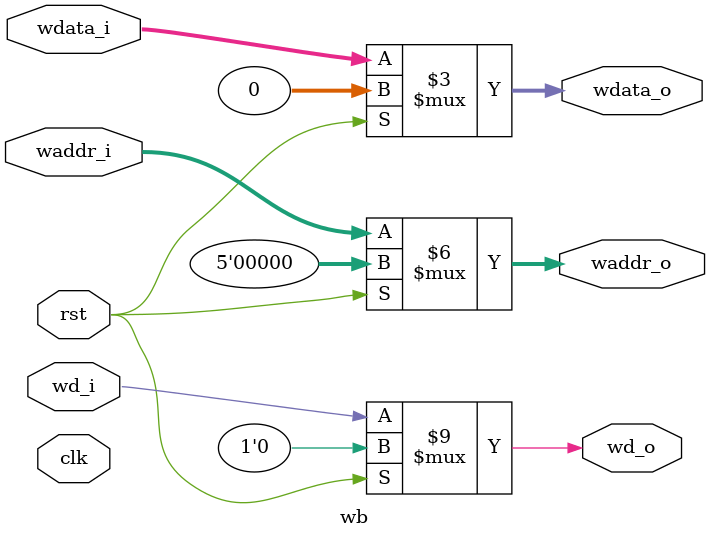
<source format=v>
/******************************************************************************
*   
*   文件名称：wb.v
*   文件说明：这个文件是GeMIPS的写回级主要文件
* 
*   作者：葛启丰
*   时间：2020-07-07
*
******************************************************************************/

module wb (
           input        wire        rst,    ///< 重置
           input        wire        clk,    ///< 时钟信号

           input        wire        wd_i,
           input        wire[4:0]   waddr_i,
           input        wire[31:0]  wdata_i,

           output       reg         wd_o,
           output       reg[4:0]    waddr_o,
           output       reg[31:0]   wdata_o
       );

always@(*) begin
    if(rst) begin
        wd_o <= 1'b0;
        waddr_o <= 5'b00000;
        wdata_o <= 32'h00000000;
    end
    else begin
        wd_o    <= wd_i;
        waddr_o <= waddr_i;
        wdata_o <= wdata_i;
    end
end

endmodule

</source>
